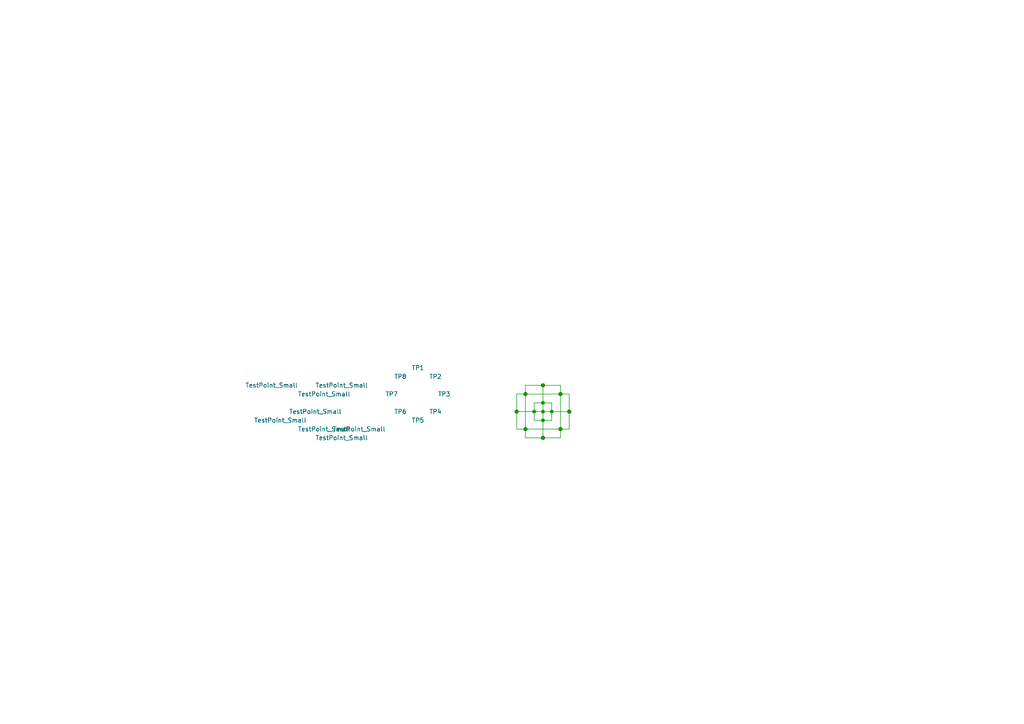
<source format=kicad_sch>
(kicad_sch (version 20211123) (generator eeschema)
  (paper "A4")
  (lib_symbols
    (symbol "Connector:TestPoint_Small" (pin_numbers hide) (pin_names (offset 0.762) hide)
      (property "Reference" "TP" (at 0 3.81 0))
      (property "Value" "TestPoint_Small" (at 0 2.032 0))
      (symbol "TestPoint_Small_0_1"
        (circle (center 0 0) (radius 0.508))
      )
      (symbol "TestPoint_Small_1_1"
        (pin passive line (at 0 0 90) (length 0) (name "1") (number "1"))
      )
    )
  )
  (junction (at 157.48 119.38))
  (junction (at 149.86 119.38))
  (junction (at 157.48 121.92))
  (junction (at 157.48 116.84))
  (junction (at 162.56 114.3))
  (junction (at 165.1 119.38))
  (junction (at 152.4 114.3))
  (junction (at 157.48 111.76))
  (junction (at 152.4 124.46))
  (junction (at 154.94 119.38))
  (junction (at 157.48 127))
  (junction (at 160.02 119.38))
  (junction (at 162.56 124.46))
  (wire (pts (xy 152.4 111.76) (xy 157.48 111.76)))
  (wire (pts (xy 160.02 116.84) (xy 160.02 119.38)))
  (wire (pts (xy 162.56 124.46) (xy 162.56 127)))
  (wire (pts (xy 165.1 119.38) (xy 165.1 124.46)))
  (wire (pts (xy 157.48 121.92) (xy 154.94 121.92)))
  (wire (pts (xy 149.86 119.38) (xy 149.86 114.3)))
  (wire (pts (xy 160.02 121.92) (xy 157.48 121.92)))
  (wire (pts (xy 165.1 114.3) (xy 165.1 119.38)))
  (wire (pts (xy 154.94 121.92) (xy 154.94 119.38)))
  (wire (pts (xy 157.48 119.38) (xy 160.02 119.38)))
  (wire (pts (xy 157.48 121.92) (xy 157.48 127)))
  (wire (pts (xy 157.48 119.38) (xy 157.48 121.92)))
  (wire (pts (xy 157.48 127) (xy 152.4 127)))
  (wire (pts (xy 157.48 119.38) (xy 154.94 119.38)))
  (wire (pts (xy 152.4 124.46) (xy 149.86 124.46)))
  (wire (pts (xy 154.94 119.38) (xy 149.86 119.38)))
  (wire (pts (xy 149.86 114.3) (xy 152.4 114.3)))
  (wire (pts (xy 157.48 116.84) (xy 160.02 116.84)))
  (wire (pts (xy 154.94 116.84) (xy 157.48 116.84)))
  (wire (pts (xy 154.94 119.38) (xy 154.94 116.84)))
  (wire (pts (xy 152.4 114.3) (xy 152.4 111.76)))
  (wire (pts (xy 152.4 127) (xy 152.4 124.46)))
  (wire (pts (xy 157.48 127) (xy 162.56 127)))
  (wire (pts (xy 160.02 119.38) (xy 160.02 121.92)))
  (wire (pts (xy 165.1 124.46) (xy 162.56 124.46)))
  (wire (pts (xy 152.4 124.46) (xy 162.56 124.46)))
  (wire (pts (xy 149.86 124.46) (xy 149.86 119.38)))
  (wire (pts (xy 162.56 114.3) (xy 162.56 124.46)))
  (wire (pts (xy 160.02 119.38) (xy 165.1 119.38)))
  (wire (pts (xy 157.48 111.76) (xy 162.56 111.76)))
  (wire (pts (xy 162.56 111.76) (xy 162.56 114.3)))
  (wire (pts (xy 157.48 116.84) (xy 157.48 119.38)))
  (wire (pts (xy 162.56 114.3) (xy 165.1 114.3)))
  (wire (pts (xy 152.4 114.3) (xy 152.4 124.46)))
  (wire (pts (xy 157.48 111.76) (xy 157.48 116.84)))
  (wire (pts (xy 152.4 114.3) (xy 162.56 114.3)))
  (symbol (lib_id "Connector:TestPoint_Small") (at 149.86 119.38 0) (unit 1)
    (property "Reference" "TP1" (at 119.38 106.68 0) (effects (justify left)))
    (property "Value" "TestPoint_Small" (at 83.82 119.38 0) (effects (justify left)))
    (property "Footprint" "Connector_PinSocket_2.54mm:PinSocket_1x01_P2.54mm_Vertical" (effects hide))
  )
  (symbol (lib_id "Connector:TestPoint_Small") (at 162.56 124.46 0) (unit 1)
    (property "Reference" "TP7" (at 111.76 114.3 0) (effects (justify left)))
    (property "Value" "TestPoint_Small" (at 96.52 124.46 0) (effects (justify left)))
    (property "Footprint" "Connector_PinSocket_2.54mm:PinSocket_1x01_P2.54mm_Vertical" (effects hide))
  )
  (symbol (lib_id "Connector:TestPoint_Small") (at 157.48 111.76 0) (unit 1)
    (property "Reference" "TP4" (at 124.46 119.38 0) (effects (justify left)))
    (property "Value" "TestPoint_Small" (at 91.44 111.76 0) (effects (justify left)))
    (property "Footprint" "Connector_PinSocket_2.54mm:PinSocket_1x01_P2.54mm_Vertical" (effects hide))
  )
  (symbol (lib_id "Connector:TestPoint_Small") (at 165.1 119.38 0) (unit 1)
    (property "Reference" "TP8" (at 114.3 109.22 0) (effects (justify left)))
    (property "Value" "TestPoint_Small" (at 73.66 121.92 0) (effects (justify left)))
    (property "Footprint" "Connector_PinSocket_2.54mm:PinSocket_1x01_P2.54mm_Vertical" (effects hide))
  )
  (symbol (lib_id "Connector:TestPoint_Small") (at 162.56 114.3 0) (unit 1)
    (property "Reference" "TP6" (at 114.3 119.38 0) (effects (justify left)))
    (property "Value" "TestPoint_Small" (at 71.12 111.76 0) (effects (justify left)))
    (property "Footprint" "Connector_PinSocket_2.54mm:PinSocket_1x01_P2.54mm_Vertical" (effects hide))
  )
  (symbol (lib_id "Connector:TestPoint_Small") (at 157.48 127 0) (unit 1)
    (property "Reference" "TP5" (at 119.38 121.92 0) (effects (justify left)))
    (property "Value" "TestPoint_Small" (at 91.44 127 0) (effects (justify left)))
    (property "Footprint" "Connector_PinSocket_2.54mm:PinSocket_1x01_P2.54mm_Vertical" (effects hide))
  )
  (symbol (lib_id "Connector:TestPoint_Small") (at 152.4 124.46 0) (unit 1)
    (property "Reference" "TP3" (at 127 114.3 0) (effects (justify left)))
    (property "Value" "TestPoint_Small" (at 86.36 124.46 0) (effects (justify left)))
    (property "Footprint" "Connector_PinSocket_2.54mm:PinSocket_1x01_P2.54mm_Vertical" (effects hide))
  )
  (symbol (lib_id "Connector:TestPoint_Small") (at 152.4 114.3 0) (unit 1)
    (property "Reference" "TP2" (at 124.46 109.22 0) (effects (justify left)))
    (property "Value" "TestPoint_Small" (at 86.36 114.3 0) (effects (justify left)))
    (property "Footprint" "Connector_PinSocket_2.54mm:PinSocket_1x01_P2.54mm_Vertical" (effects hide))
  )
)
</source>
